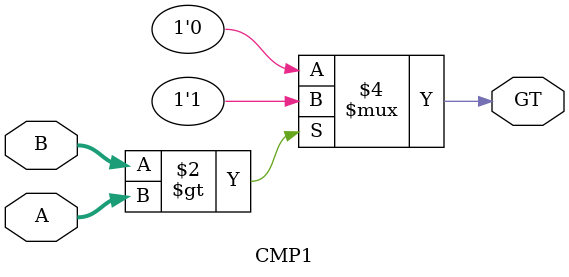
<source format=v>
`timescale 1ns / 1ps
module CMP1(input [31:0] A, B, output reg GT);
always @(*)
begin
if(B>A)
GT= 1;
else
GT= 0;
end
endmodule
</source>
